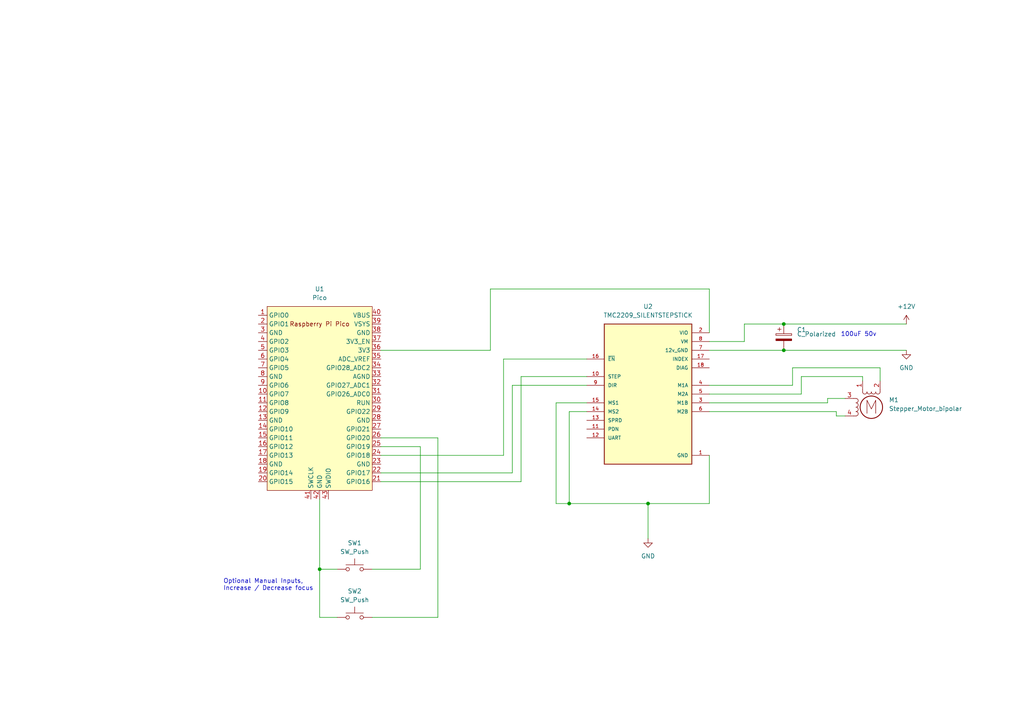
<source format=kicad_sch>
(kicad_sch (version 20230121) (generator eeschema)
  (paper "A4")
  (title_block (title "D.I.Y. Moonlyte focuser") (date "2023-11-03") (rev "2") (company "John Knight"))
  (lib_symbols
    (symbol "Device:C_Polarized" (pin_numbers hide) (pin_names (offset 0.254))
      (property "Reference" "C" (at 0.635 2.54 0))
      (property "Value" "C_Polarized" (at 0.635 -2.54 0))
      (symbol "C_Polarized_0_1"
        (rectangle (start -2.286 0.508) (end 2.286 1.016))
        (polyline (pts (xy -1.778 2.286) (xy -0.762 2.286)))
        (polyline (pts (xy -1.27 2.794) (xy -1.27 1.778)))
        (rectangle (start 2.286 -0.508) (end -2.286 -1.016) (fill (type outline)))
      )
      (symbol "C_Polarized_1_1"
        (pin passive line (at 0 3.81 270) (length 2.794) (name "~") (number "1"))
        (pin passive line (at 0 -3.81 90) (length 2.794) (name "~") (number "2"))
      )
    )
    (symbol "MCU_RaspberryPi_and_Boards:Pico"
      (property "Reference" "U" (at -13.97 27.94 0))
      (property "Value" "Pico" (at 0 19.05 0))
      (symbol "Pico_0_0"
        (text "Raspberry Pi Pico" (at 0 21.59 0) (effects (font (size 1.27 1.27))))
      )
      (symbol "Pico_0_1"
        (rectangle (start -15.24 26.67) (end 15.24 -26.67) (fill (type background)))
      )
      (symbol "Pico_1_1"
        (pin bidirectional line (at -17.78 24.13 0) (length 2.54) (name "GPIO0") (number "1"))
        (pin bidirectional line (at -17.78 1.27 0) (length 2.54) (name "GPIO7") (number "10"))
        (pin bidirectional line (at -17.78 -1.27 0) (length 2.54) (name "GPIO8") (number "11"))
        (pin bidirectional line (at -17.78 -3.81 0) (length 2.54) (name "GPIO9") (number "12"))
        (pin power_in line (at -17.78 -6.35 0) (length 2.54) (name "GND") (number "13"))
        (pin bidirectional line (at -17.78 -8.89 0) (length 2.54) (name "GPIO10") (number "14"))
        (pin bidirectional line (at -17.78 -11.43 0) (length 2.54) (name "GPIO11") (number "15"))
        (pin bidirectional line (at -17.78 -13.97 0) (length 2.54) (name "GPIO12") (number "16"))
        (pin bidirectional line (at -17.78 -16.51 0) (length 2.54) (name "GPIO13") (number "17"))
        (pin power_in line (at -17.78 -19.05 0) (length 2.54) (name "GND") (number "18"))
        (pin bidirectional line (at -17.78 -21.59 0) (length 2.54) (name "GPIO14") (number "19"))
        (pin bidirectional line (at -17.78 21.59 0) (length 2.54) (name "GPIO1") (number "2"))
        (pin bidirectional line (at -17.78 -24.13 0) (length 2.54) (name "GPIO15") (number "20"))
        (pin bidirectional line (at 17.78 -24.13 180) (length 2.54) (name "GPIO16") (number "21"))
        (pin bidirectional line (at 17.78 -21.59 180) (length 2.54) (name "GPIO17") (number "22"))
        (pin power_in line (at 17.78 -19.05 180) (length 2.54) (name "GND") (number "23"))
        (pin bidirectional line (at 17.78 -16.51 180) (length 2.54) (name "GPIO18") (number "24"))
        (pin bidirectional line (at 17.78 -13.97 180) (length 2.54) (name "GPIO19") (number "25"))
        (pin bidirectional line (at 17.78 -11.43 180) (length 2.54) (name "GPIO20") (number "26"))
        (pin bidirectional line (at 17.78 -8.89 180) (length 2.54) (name "GPIO21") (number "27"))
        (pin power_in line (at 17.78 -6.35 180) (length 2.54) (name "GND") (number "28"))
        (pin bidirectional line (at 17.78 -3.81 180) (length 2.54) (name "GPIO22") (number "29"))
        (pin power_in line (at -17.78 19.05 0) (length 2.54) (name "GND") (number "3"))
        (pin input line (at 17.78 -1.27 180) (length 2.54) (name "RUN") (number "30"))
        (pin bidirectional line (at 17.78 1.27 180) (length 2.54) (name "GPIO26_ADC0") (number "31"))
        (pin bidirectional line (at 17.78 3.81 180) (length 2.54) (name "GPIO27_ADC1") (number "32"))
        (pin power_in line (at 17.78 6.35 180) (length 2.54) (name "AGND") (number "33"))
        (pin bidirectional line (at 17.78 8.89 180) (length 2.54) (name "GPIO28_ADC2") (number "34"))
        (pin power_in line (at 17.78 11.43 180) (length 2.54) (name "ADC_VREF") (number "35"))
        (pin power_in line (at 17.78 13.97 180) (length 2.54) (name "3V3") (number "36"))
        (pin input line (at 17.78 16.51 180) (length 2.54) (name "3V3_EN") (number "37"))
        (pin bidirectional line (at 17.78 19.05 180) (length 2.54) (name "GND") (number "38"))
        (pin power_in line (at 17.78 21.59 180) (length 2.54) (name "VSYS") (number "39"))
        (pin bidirectional line (at -17.78 16.51 0) (length 2.54) (name "GPIO2") (number "4"))
        (pin power_in line (at 17.78 24.13 180) (length 2.54) (name "VBUS") (number "40"))
        (pin input line (at -2.54 -29.21 90) (length 2.54) (name "SWCLK") (number "41"))
        (pin power_in line (at 0 -29.21 90) (length 2.54) (name "GND") (number "42"))
        (pin bidirectional line (at 2.54 -29.21 90) (length 2.54) (name "SWDIO") (number "43"))
        (pin bidirectional line (at -17.78 13.97 0) (length 2.54) (name "GPIO3") (number "5"))
        (pin bidirectional line (at -17.78 11.43 0) (length 2.54) (name "GPIO4") (number "6"))
        (pin bidirectional line (at -17.78 8.89 0) (length 2.54) (name "GPIO5") (number "7"))
        (pin power_in line (at -17.78 6.35 0) (length 2.54) (name "GND") (number "8"))
        (pin bidirectional line (at -17.78 3.81 0) (length 2.54) (name "GPIO6") (number "9"))
      )
    )
    (symbol "Motor:Stepper_Motor_bipolar" (pin_names (offset 0) hide)
      (property "Reference" "M" (at 3.81 2.54 0))
      (property "Value" "Stepper_Motor_bipolar" (at 3.81 1.27 0))
      (symbol "Stepper_Motor_bipolar_0_0"
        (polyline (pts (xy -1.27 -1.778) (xy -1.27 2.032) (xy 0 -0.508) (xy 1.27 2.032) (xy 1.27 -1.778)))
      )
      (symbol "Stepper_Motor_bipolar_0_1"
        (arc (start -4.445 -2.54) (mid -3.8127 -1.905) (end -4.445 -1.27))
        (arc (start -4.445 -1.27) (mid -3.8127 -0.635) (end -4.445 0))
        (arc (start -4.445 0) (mid -3.8127 0.635) (end -4.445 1.27))
        (arc (start -4.445 1.27) (mid -3.8127 1.905) (end -4.445 2.54))
        (arc (start -2.54 4.445) (mid -1.905 3.8127) (end -1.27 4.445))
        (arc (start -1.27 4.445) (mid -0.635 3.8127) (end 0 4.445))
        (polyline (pts (xy -5.08 -2.54) (xy -4.445 -2.54)))
        (polyline (pts (xy -5.08 2.54) (xy -4.445 2.54)))
        (polyline (pts (xy -2.54 5.08) (xy -2.54 4.445)))
        (polyline (pts (xy 2.54 5.08) (xy 2.54 4.445)))
        (circle (center 0 0) (radius 3.2512) (stroke (width 0.254)))
        (arc (start 0 4.445) (mid 0.635 3.8127) (end 1.27 4.445))
        (arc (start 1.27 4.445) (mid 1.905 3.8127) (end 2.54 4.445))
      )
      (symbol "Stepper_Motor_bipolar_1_1"
        (pin passive line (at -2.54 7.62 270) (length 2.54) (name "~") (number "1"))
        (pin passive line (at 2.54 7.62 270) (length 2.54) (name "-") (number "2"))
        (pin passive line (at -7.62 2.54 0) (length 2.54) (name "~") (number "3"))
        (pin passive line (at -7.62 -2.54 0) (length 2.54) (name "~") (number "4"))
      )
    )
    (symbol "Switch:SW_Push" (pin_numbers hide) (pin_names (offset 1.016) hide)
      (property "Reference" "SW" (at 1.27 2.54 0))
      (property "Value" "SW_Push" (at 0 -1.524 0))
      (symbol "SW_Push_0_1"
        (circle (center -2.032 0) (radius 0.508))
        (polyline (pts (xy 0 1.27) (xy 0 3.048)))
        (polyline (pts (xy 2.54 1.27) (xy -2.54 1.27)))
        (circle (center 2.032 0) (radius 0.508))
        (pin passive line (at -5.08 0 0) (length 2.54) (name "1") (number "1"))
        (pin passive line (at 5.08 0 180) (length 2.54) (name "2") (number "2"))
      )
    )
    (symbol "TMC2209_SILENTSTEPSTICK_JKFixed:TMC2209_SILENTSTEPSTICK" (pin_names (offset 1.016))
      (property "Reference" "U" (at -12.7 22.86 0))
      (property "Value" "TMC2209_SILENTSTEPSTICK" (at -12.7 -22.86 0))
      (symbol "TMC2209_SILENTSTEPSTICK_0_0"
        (rectangle (start -12.7 -20.32) (end 12.7 20.32) (stroke (width 0.254)) (fill (type background)))
        (pin power_in line (at 17.78 -17.78 180) (length 5.08) (name "GND") (number "1"))
        (pin input line (at -17.78 5.08 0) (length 5.08) (name "STEP") (number "10"))
        (pin bidirectional line (at -17.78 -10.16 0) (length 5.08) (name "PDN") (number "11"))
        (pin bidirectional line (at -17.78 -12.7 0) (length 5.08) (name "UART") (number "12"))
        (pin input line (at -17.78 -7.62 0) (length 5.08) (name "SPRD") (number "13"))
        (pin input line (at -17.78 -5.08 0) (length 5.08) (name "MS2") (number "14"))
        (pin input line (at -17.78 -2.54 0) (length 5.08) (name "MS1") (number "15"))
        (pin input line (at -17.78 10.16 0) (length 5.08) (name "~{EN}") (number "16"))
        (pin output line (at 17.78 10.16 180) (length 5.08) (name "INDEX") (number "17"))
        (pin output line (at 17.78 7.62 180) (length 5.08) (name "DIAG") (number "18"))
        (pin power_in line (at 17.78 17.78 180) (length 5.08) (name "VIO") (number "2"))
        (pin output line (at 17.78 -2.54 180) (length 5.08) (name "M1B") (number "3"))
        (pin output line (at 17.78 2.54 180) (length 5.08) (name "M1A") (number "4"))
        (pin output line (at 17.78 0 180) (length 5.08) (name "M2A") (number "5"))
        (pin output line (at 17.78 -5.08 180) (length 5.08) (name "M2B") (number "6"))
        (pin power_in line (at 17.78 12.7 180) (length 5.08) (name "12v_GND") (number "7"))
        (pin power_in line (at 17.78 15.24 180) (length 5.08) (name "VM") (number "8"))
        (pin input line (at -17.78 2.54 0) (length 5.08) (name "DIR") (number "9"))
      )
    )
    (symbol "power:+12V" (power) (pin_names (offset 0))
      (property "Value" "+12V" (at 0 3.556 0))
      (symbol "+12V_0_1"
        (polyline (pts (xy -0.762 1.27) (xy 0 2.54)))
        (polyline (pts (xy 0 0) (xy 0 2.54)))
        (polyline (pts (xy 0 2.54) (xy 0.762 1.27)))
      )
      (symbol "+12V_1_1"
        (pin power_in line (at 0 0 90) (length 0) hide (name "+12V") (number "1"))
      )
    )
    (symbol "power:GND" (power) (pin_names (offset 0))
      (property "Value" "GND" (at 0 -3.81 0))
      (symbol "GND_0_1"
        (polyline (pts (xy 0 0) (xy 0 -1.27) (xy 1.27 -1.27) (xy 0 -2.54) (xy -1.27 -1.27) (xy 0 -1.27)))
      )
      (symbol "GND_1_1"
        (pin power_in line (at 0 0 270) (length 0) hide (name "GND") (number "1"))
      )
    )
  )
  (junction (at 227.33 101.6))
  (junction (at 165.1 146.05))
  (junction (at 92.71 165.1))
  (junction (at 187.96 146.05))
  (junction (at 227.33 93.98))
  (wire (pts (xy 227.33 93.98) (xy 262.89 93.98)))
  (wire (pts (xy 151.13 139.7) (xy 151.13 109.22)))
  (wire (pts (xy 205.74 114.3) (xy 232.41 114.3)))
  (wire (pts (xy 146.05 132.08) (xy 146.05 104.14)))
  (wire (pts (xy 205.74 83.82) (xy 142.24 83.82)))
  (wire (pts (xy 205.74 116.84) (xy 240.03 116.84)))
  (wire (pts (xy 205.74 146.05) (xy 187.96 146.05)))
  (wire (pts (xy 232.41 109.22) (xy 232.41 114.3)))
  (wire (pts (xy 242.57 120.65) (xy 245.11 120.65)))
  (wire (pts (xy 92.71 144.78) (xy 92.71 165.1)))
  (wire (pts (xy 148.59 111.76) (xy 170.18 111.76)))
  (wire (pts (xy 229.87 111.76) (xy 229.87 106.68)))
  (wire (pts (xy 255.27 106.68) (xy 255.27 110.49)))
  (wire (pts (xy 151.13 109.22) (xy 170.18 109.22)))
  (wire (pts (xy 165.1 119.38) (xy 165.1 146.05)))
  (wire (pts (xy 215.9 99.06) (xy 205.74 99.06)))
  (wire (pts (xy 240.03 115.57) (xy 245.11 115.57)))
  (wire (pts (xy 92.71 165.1) (xy 92.71 179.07)))
  (wire (pts (xy 92.71 165.1) (xy 97.79 165.1)))
  (wire (pts (xy 142.24 101.6) (xy 110.49 101.6)))
  (wire (pts (xy 165.1 146.05) (xy 187.96 146.05)))
  (wire (pts (xy 161.29 116.84) (xy 161.29 146.05)))
  (wire (pts (xy 205.74 132.08) (xy 205.74 146.05)))
  (wire (pts (xy 110.49 129.54) (xy 121.92 129.54)))
  (wire (pts (xy 110.49 137.16) (xy 148.59 137.16)))
  (wire (pts (xy 161.29 146.05) (xy 165.1 146.05)))
  (wire (pts (xy 170.18 116.84) (xy 161.29 116.84)))
  (wire (pts (xy 92.71 179.07) (xy 97.79 179.07)))
  (wire (pts (xy 148.59 137.16) (xy 148.59 111.76)))
  (wire (pts (xy 205.74 101.6) (xy 227.33 101.6)))
  (wire (pts (xy 110.49 127) (xy 127 127)))
  (wire (pts (xy 146.05 104.14) (xy 170.18 104.14)))
  (wire (pts (xy 107.95 179.07) (xy 127 179.07)))
  (wire (pts (xy 205.74 119.38) (xy 242.57 119.38)))
  (wire (pts (xy 121.92 129.54) (xy 121.92 165.1)))
  (wire (pts (xy 170.18 119.38) (xy 165.1 119.38)))
  (wire (pts (xy 205.74 111.76) (xy 229.87 111.76)))
  (wire (pts (xy 107.95 165.1) (xy 121.92 165.1)))
  (wire (pts (xy 250.19 109.22) (xy 232.41 109.22)))
  (wire (pts (xy 142.24 83.82) (xy 142.24 101.6)))
  (wire (pts (xy 250.19 110.49) (xy 250.19 109.22)))
  (wire (pts (xy 242.57 119.38) (xy 242.57 120.65)))
  (wire (pts (xy 227.33 101.6) (xy 262.89 101.6)))
  (wire (pts (xy 240.03 116.84) (xy 240.03 115.57)))
  (wire (pts (xy 229.87 106.68) (xy 255.27 106.68)))
  (wire (pts (xy 127 127) (xy 127 179.07)))
  (wire (pts (xy 110.49 132.08) (xy 146.05 132.08)))
  (wire (pts (xy 110.49 139.7) (xy 151.13 139.7)))
  (wire (pts (xy 205.74 96.52) (xy 205.74 83.82)))
  (wire (pts (xy 187.96 146.05) (xy 187.96 156.21)))
  (wire (pts (xy 215.9 93.98) (xy 215.9 99.06)))
  (wire (pts (xy 227.33 93.98) (xy 215.9 93.98)))
  (text "100uF 50v" (at 243.84 97.79 0) (effects (font (size 1.27 1.27)) (justify left bottom)))
  (text "Optional Manual Inputs,\nIncrease / Decrease focus" (at 64.77 171.45 0) (effects (font (size 1.27 1.27)) (justify left bottom)))
  (symbol (lib_id "power:+12V") (at 262.89 93.98 0) (unit 1)
    (property "Reference" "#PWR01" (effects hide))
    (property "Value" "+12V" (at 262.89 88.9 0))
  )
  (symbol (lib_id "TMC2209_SILENTSTEPSTICK_JKFixed:TMC2209_SILENTSTEPSTICK") (at 187.96 114.3 0) (unit 1)
    (property "Reference" "U2" (at 187.96 88.9 0))
    (property "Value" "TMC2209_SILENTSTEPSTICK" (at 187.96 91.44 0))
    (property "Footprint" "TMC2209_SILENTSTEPSTICK:MODULE_TMC2209_SILENTSTEPSTICK" (effects hide))
    (property "MF" "Trinamic Motion Control GmbH" (effects hide))
    (property "Package" "None" (effects hide))
    (property "Price" "None" (effects hide))
    (property "STANDARD" "Manufacturer Recommendations" (effects hide))
    (property "PARTREV" "1.20" (effects hide))
    (property "MP" "TMC2209 SILENTSTEPSTICK" (effects hide))
    (property "MANUFACTURER" "Trinamic Motion Control GmbH" (effects hide))
    (property "Availability" "In Stock" (effects hide))
    (property "SNAPEDA_PN" "TMC2209 SILENTSTEPSTICK" (effects hide))
  )
  (symbol (lib_id "Device:C_Polarized") (at 227.33 97.79 0) (unit 1)
    (property "Reference" "C1" (at 231.14 95.631 0) (effects (justify left)))
    (property "Value" "C_Polarized" (at 231.14 96.901 0) (effects (justify left)))
  )
  (symbol (lib_id "Switch:SW_Push") (at 102.87 165.1 0) (unit 1)
    (property "Reference" "SW1" (at 102.87 157.48 0))
    (property "Value" "SW_Push" (at 102.87 160.02 0))
  )
  (symbol (lib_id "MCU_RaspberryPi_and_Boards:Pico") (at 92.71 115.57 0) (unit 1)
    (property "Reference" "U1" (at 92.71 83.82 0))
    (property "Value" "Pico" (at 92.71 86.36 0))
    (property "Footprint" "RPi_Pico:RPi_Pico_SMD_TH" (effects hide))
  )
  (symbol (lib_id "power:GND") (at 262.89 101.6 0) (unit 1)
    (property "Reference" "#PWR02" (effects hide))
    (property "Value" "GND" (at 262.89 106.68 0))
  )
  (symbol (lib_id "Switch:SW_Push") (at 102.87 179.07 0) (unit 1)
    (property "Reference" "SW2" (at 102.87 171.45 0))
    (property "Value" "SW_Push" (at 102.87 173.99 0))
  )
  (symbol (lib_id "Motor:Stepper_Motor_bipolar") (at 252.73 118.11 0) (unit 1)
    (property "Reference" "M1" (at 257.81 115.9891 0) (effects (justify left)))
    (property "Value" "Stepper_Motor_bipolar" (at 257.81 118.5291 0) (effects (justify left)))
    (property "Datasheet" "http://www.infineon.com/dgdl/Application-Note-TLE8110EE_driving_UniPolarStepperMotor_V1.1.pdf?fileId=db3a30431be39b97011be5d0aa0a00b0" (effects hide))
  )
  (symbol (lib_id "power:GND") (at 187.96 156.21 0) (unit 1)
    (property "Reference" "#PWR03" (effects hide))
    (property "Value" "GND" (at 187.96 161.29 0))
  )
)
</source>
